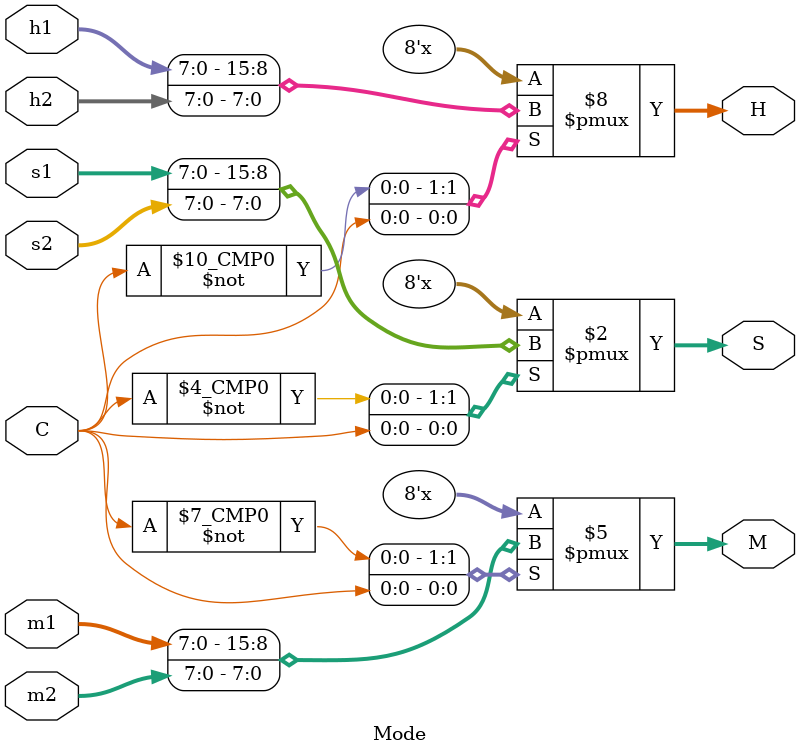
<source format=v>
module Mode(C,h1,m1,s1,h2,m2,s2,H,M,S);
      input [7:0]h1,m1,s1,h2,m2,s2;
		input C;
		output [7:0]H,M,S;
		reg [7:0]H,M,S;
		always @(h1,m1,s1,h2,m2,s2)
		  case(C)
		  1'b0:begin H<=h1;M<=m1;S<=s1;end
		  1'b1:begin H<=h2;M<=m2;S<=s2;end 
		  endcase
endmodule

</source>
